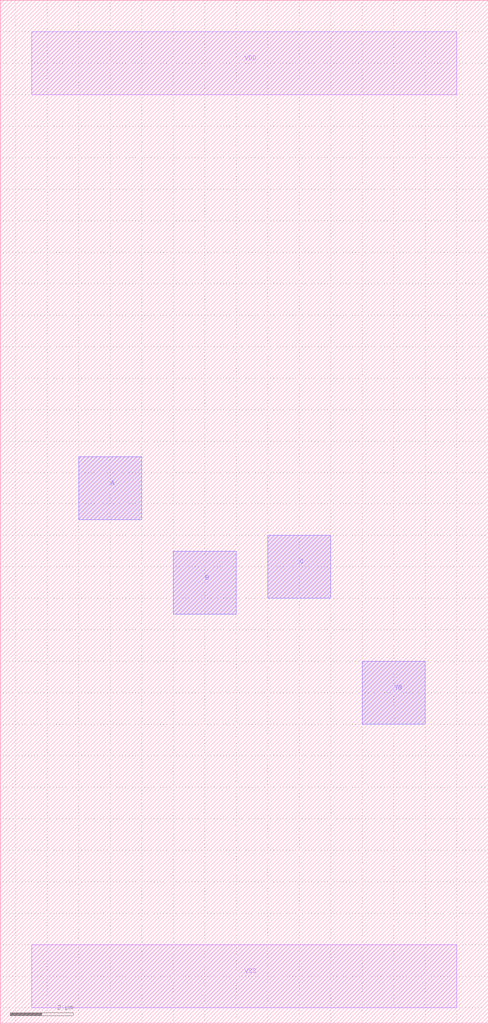
<source format=lef>
# C:/Users/akita/Documents/nr31.lef
# Created by Glade release version 4.7.35 compiled on May 19 2020 19:14:35
# Run by akita on host LAPTOP-E0CJ65QR at Wed Jun  3 17:43:13 2020

VERSION 5.6 ;
NAMESCASESENSITIVE ON ;
BUSBITCHARS "[]" ;
DIVIDERCHAR "/"  ;
UNITS
    DATABASE MICRONS 1000 ;
END UNITS

MACRO nr31
    CLASS core ;
    FOREIGN nr31 -1.500 -1.500 ;
    ORIGIN 1.500 1.500 ;
    SIZE 15.500 BY 32.500 ;
    PIN YB
        DIRECTION OUTPUT ;
        USE SIGNAL ;
        PORT
        LAYER ML2 ;
        RECT 10.000 8.000 12.000 10.000 ;
        LAYER ML1 ;
        RECT 10.000 8.000 12.000 10.000 ;
        END
    END YB
    PIN VDD
        DIRECTION INOUT ;
        USE POWER ;
        PORT
        LAYER ML1 ;
        RECT -0.500 28.000 13.000 30.000 ;
        END
    END VDD
    PIN B
        DIRECTION INPUT ;
        USE SIGNAL ;
        PORT
        LAYER ML2 ;
        RECT 4.000 11.500 6.000 13.500 ;
        LAYER ML1 ;
        RECT 4.000 11.500 6.000 13.500 ;
        END
    END B
    PIN C
        DIRECTION INPUT ;
        USE SIGNAL ;
        PORT
        LAYER ML2 ;
        RECT 7.000 12.000 9.000 14.000 ;
        LAYER ML1 ;
        RECT 7.000 12.000 9.000 14.000 ;
        END
    END C
    PIN A
        DIRECTION INPUT ;
        USE SIGNAL ;
        PORT
        LAYER ML2 ;
        RECT 1.000 14.500 3.000 16.500 ;
        LAYER ML1 ;
        RECT 1.000 14.500 3.000 16.500 ;
        END
    END A
    PIN VSS
        DIRECTION INOUT ;
        USE GROUND ;
        PORT
        LAYER ML1 ;
        RECT -0.500 -1.000 13.000 1.000 ;
        END
    END VSS
    OBS
    END
END nr31

END LIBRARY

</source>
